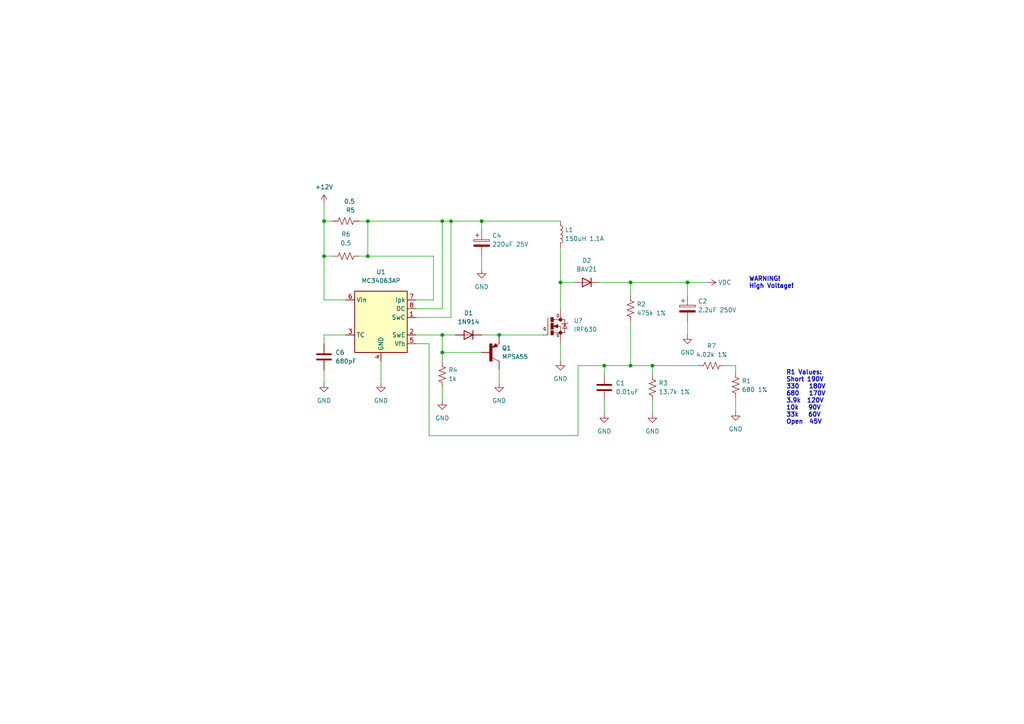
<source format=kicad_sch>
(kicad_sch (version 20211123) (generator eeschema)
  (paper "A4")
  (lib_symbols
    (symbol "Device:C" (pin_numbers hide) (pin_names (offset 0.254))
      (property "Reference" "C" (at 0.635 2.54 0))
      (property "Value" "C" (at 0.635 -2.54 0))
      (symbol "C_0_1"
        (polyline (pts (xy -2.032 -0.762) (xy 2.032 -0.762)) (stroke (width 0.508)))
        (polyline (pts (xy -2.032 0.762) (xy 2.032 0.762)) (stroke (width 0.508)))
      )
      (symbol "C_1_1"
        (pin passive line (at 0 3.81 270) (length 2.794) (name "~") (number "1"))
        (pin passive line (at 0 -3.81 90) (length 2.794) (name "~") (number "2"))
      )
    )
    (symbol "Device:C_Polarized" (pin_numbers hide) (pin_names (offset 0.254))
      (property "Reference" "C" (at 0.635 2.54 0))
      (property "Value" "C_Polarized" (at 0.635 -2.54 0))
      (symbol "C_Polarized_0_1"
        (rectangle (start -2.286 0.508) (end 2.286 1.016))
        (polyline (pts (xy -1.778 2.286) (xy -0.762 2.286)))
        (polyline (pts (xy -1.27 2.794) (xy -1.27 1.778)))
        (rectangle (start 2.286 -0.508) (end -2.286 -1.016) (fill (type outline)))
      )
      (symbol "C_Polarized_1_1"
        (pin passive line (at 0 3.81 270) (length 2.794) (name "~") (number "1"))
        (pin passive line (at 0 -3.81 90) (length 2.794) (name "~") (number "2"))
      )
    )
    (symbol "Device:L" (pin_numbers hide) (pin_names (offset 1.016) hide)
      (property "Reference" "L" (at -1.27 0 90))
      (property "Value" "L" (at 1.905 0 90))
      (symbol "L_0_1"
        (arc (start 0 -2.54) (mid 0.635 -1.905) (end 0 -1.27))
        (arc (start 0 -1.27) (mid 0.635 -0.635) (end 0 0))
        (arc (start 0 0) (mid 0.635 0.635) (end 0 1.27))
        (arc (start 0 1.27) (mid 0.635 1.905) (end 0 2.54))
      )
      (symbol "L_1_1"
        (pin passive line (at 0 3.81 270) (length 1.27) (name "1") (number "1"))
        (pin passive line (at 0 -3.81 90) (length 1.27) (name "2") (number "2"))
      )
    )
    (symbol "Device:R_US" (pin_numbers hide) (pin_names (offset 0))
      (property "Reference" "R" (at 2.54 0 90))
      (property "Value" "R_US" (at -2.54 0 90))
      (symbol "R_US_0_1"
        (polyline (pts (xy 0 -2.286) (xy 0 -2.54)))
        (polyline (pts (xy 0 2.286) (xy 0 2.54)))
        (polyline (pts (xy 0 -0.762) (xy 1.016 -1.143) (xy 0 -1.524) (xy -1.016 -1.905) (xy 0 -2.286)))
        (polyline (pts (xy 0 0.762) (xy 1.016 0.381) (xy 0 0) (xy -1.016 -0.381) (xy 0 -0.762)))
        (polyline (pts (xy 0 2.286) (xy 1.016 1.905) (xy 0 1.524) (xy -1.016 1.143) (xy 0 0.762)))
      )
      (symbol "R_US_1_1"
        (pin passive line (at 0 3.81 270) (length 1.27) (name "~") (number "1"))
        (pin passive line (at 0 -3.81 90) (length 1.27) (name "~") (number "2"))
      )
    )
    (symbol "Diode:1N914" (pin_numbers hide) (pin_names (offset 1.016) hide)
      (property "Reference" "D" (at 0 2.54 0))
      (property "Value" "1N914" (at 0 -2.54 0))
      (symbol "1N914_0_1"
        (polyline (pts (xy -1.27 1.27) (xy -1.27 -1.27)) (stroke (width 0.254)))
        (polyline (pts (xy 1.27 0) (xy -1.27 0)))
        (polyline (pts (xy 1.27 1.27) (xy 1.27 -1.27) (xy -1.27 0) (xy 1.27 1.27)) (stroke (width 0.254)))
      )
      (symbol "1N914_1_1"
        (pin passive line (at -3.81 0 0) (length 2.54) (name "K") (number "1"))
        (pin passive line (at 3.81 0 180) (length 2.54) (name "A") (number "2"))
      )
    )
    (symbol "Diode:BAV21" (pin_numbers hide) (pin_names (offset 1.016) hide)
      (property "Reference" "D" (at 0 2.54 0))
      (property "Value" "BAV21" (at 0 -2.54 0))
      (symbol "BAV21_0_1"
        (polyline (pts (xy -1.27 1.27) (xy -1.27 -1.27)) (stroke (width 0.254)))
        (polyline (pts (xy 1.27 0) (xy -1.27 0)))
        (polyline (pts (xy 1.27 1.27) (xy 1.27 -1.27) (xy -1.27 0) (xy 1.27 1.27)) (stroke (width 0.254)))
      )
      (symbol "BAV21_1_1"
        (pin passive line (at -3.81 0 0) (length 2.54) (name "K") (number "1"))
        (pin passive line (at 3.81 0 180) (length 2.54) (name "A") (number "2"))
      )
    )
    (symbol "IRF630:IRF630" (pin_numbers hide) (pin_names (offset 1.016) hide)
      (property "Reference" "U" (at 5.08 2.54 0))
      (property "Value" "IRF630" (at 5.08 0 0))
      (symbol "IRF630_0_0"
        (rectangle (start -0.254 -2.54) (end 0.508 -1.27) (fill (type outline)))
        (rectangle (start -0.254 -0.889) (end 0.508 0.889) (fill (type outline)))
        (rectangle (start -0.254 1.27) (end 0.508 2.54) (fill (type outline)))
        (polyline (pts (xy -1.1176 -2.54) (xy -2.54 -2.54)) (stroke (width 0.1524)))
        (polyline (pts (xy -1.1176 2.413) (xy -1.1176 -2.54)) (stroke (width 0.1524)))
        (polyline (pts (xy 0.508 -1.905) (xy 2.54 -1.905)) (stroke (width 0.1524)))
        (polyline (pts (xy 0.508 0) (xy 1.778 -0.508)) (stroke (width 0.1524)))
        (polyline (pts (xy 0.762 0) (xy 1.651 -0.254)) (stroke (width 0.3048)))
        (polyline (pts (xy 1.651 -0.254) (xy 1.651 0)) (stroke (width 0.3048)))
        (polyline (pts (xy 1.651 0) (xy 1.397 0)) (stroke (width 0.3048)))
        (polyline (pts (xy 1.651 0) (xy 2.54 0)) (stroke (width 0.1524)))
        (polyline (pts (xy 1.651 0.254) (xy 0.762 0)) (stroke (width 0.3048)))
        (polyline (pts (xy 1.778 -0.508) (xy 1.778 0.508)) (stroke (width 0.1524)))
        (polyline (pts (xy 1.778 0.508) (xy 0.508 0)) (stroke (width 0.1524)))
        (polyline (pts (xy 2.54 -1.905) (xy 2.54 -2.54)) (stroke (width 0.1524)))
        (polyline (pts (xy 2.54 0) (xy 2.54 -1.905)) (stroke (width 0.1524)))
        (polyline (pts (xy 2.54 1.905) (xy 0.5334 1.905)) (stroke (width 0.1524)))
        (polyline (pts (xy 2.54 1.905) (xy 3.81 1.905)) (stroke (width 0.1524)))
        (polyline (pts (xy 2.54 2.54) (xy 2.54 1.905)) (stroke (width 0.1524)))
        (polyline (pts (xy 3.175 -0.635) (xy 4.445 -0.635)) (stroke (width 0.1524)))
        (polyline (pts (xy 3.175 0.762) (xy 2.921 0.508)) (stroke (width 0.1524)))
        (polyline (pts (xy 3.175 0.762) (xy 3.81 0.762)) (stroke (width 0.1524)))
        (polyline (pts (xy 3.81 -1.905) (xy 2.54 -1.905)) (stroke (width 0.1524)))
        (polyline (pts (xy 3.81 0.762) (xy 3.175 -0.635)) (stroke (width 0.1524)))
        (polyline (pts (xy 3.81 0.762) (xy 3.81 -1.905)) (stroke (width 0.1524)))
        (polyline (pts (xy 3.81 0.762) (xy 4.445 0.762)) (stroke (width 0.1524)))
        (polyline (pts (xy 3.81 1.905) (xy 3.81 0.762)) (stroke (width 0.1524)))
        (polyline (pts (xy 4.445 -0.635) (xy 3.81 0.762)) (stroke (width 0.1524)))
        (polyline (pts (xy 4.445 0.762) (xy 4.699 1.016)) (stroke (width 0.1524)))
        (circle (center 2.54 -1.905) (radius 0.127) (stroke (width 0.4064)))
        (circle (center 2.54 1.905) (radius 0.127) (stroke (width 0.4064)))
        (text "D" (at 1.27 2.54 0) (effects (font (size 0.8128 0.8128)) (justify left bottom)))
        (text "G" (at -2.54 -1.27 0) (effects (font (size 0.8128 0.8128)) (justify left bottom)))
        (text "S" (at 1.27 -3.175 0) (effects (font (size 0.8128 0.8128)) (justify left bottom)))
        (pin passive line (at -2.54 -2.54 0) (length 0) (name "~") (number "1"))
        (pin passive line (at 2.54 5.08 270) (length 2.54) (name "~") (number "2"))
        (pin passive line (at 2.54 -5.08 90) (length 2.54) (name "~") (number "3"))
      )
    )
    (symbol "MPSA55:MPSA55" (pin_numbers hide) (pin_names (offset 1.016) hide)
      (property "Reference" "Q" (at -10.1854 5.1054 0))
      (property "Value" "MPSA55" (at -10.1854 -7.5946 0))
      (symbol "MPSA55_0_0"
        (rectangle (start -0.254 -2.54) (end 0.508 2.54) (fill (type outline)))
        (polyline (pts (xy 0.508 1.4732) (xy 2.0828 1.6764)) (stroke (width 0.1524)))
        (polyline (pts (xy 0.762 1.651) (xy 1.778 1.778)) (stroke (width 0.254)))
        (polyline (pts (xy 1.143 1.905) (xy 1.524 1.905)) (stroke (width 0.254)))
        (polyline (pts (xy 1.524 2.159) (xy 1.143 1.905)) (stroke (width 0.254)))
        (polyline (pts (xy 1.524 2.413) (xy 0.762 1.651)) (stroke (width 0.254)))
        (polyline (pts (xy 1.5748 2.5908) (xy 0.508 1.4732)) (stroke (width 0.1524)))
        (polyline (pts (xy 1.778 1.778) (xy 1.524 2.159)) (stroke (width 0.254)))
        (polyline (pts (xy 1.905 1.778) (xy 1.524 2.413)) (stroke (width 0.254)))
        (polyline (pts (xy 2.0828 1.6764) (xy 1.5748 2.5908)) (stroke (width 0.1524)))
        (polyline (pts (xy 2.54 -2.54) (xy 0.508 -1.524)) (stroke (width 0.1524)))
        (polyline (pts (xy 2.54 2.54) (xy 1.8034 2.1336)) (stroke (width 0.1524)))
        (pin passive line (at 2.54 5.08 270) (length 2.54) (name "~") (number "1"))
        (pin passive line (at -2.54 0 0) (length 2.54) (name "~") (number "2"))
        (pin passive line (at 2.54 -5.08 90) (length 2.54) (name "~") (number "3"))
      )
    )
    (symbol "Regulator_Switching:MC34063AP"
      (property "Reference" "U" (at -7.62 8.89 0))
      (property "Value" "MC34063AP" (at 0 8.89 0))
      (symbol "MC34063AP_0_1"
        (rectangle (start -7.62 7.62) (end 7.62 -10.16) (stroke (width 0.254)) (fill (type background)))
      )
      (symbol "MC34063AP_1_1"
        (pin open_collector line (at 10.16 0 180) (length 2.54) (name "SwC") (number "1"))
        (pin open_emitter line (at 10.16 -5.08 180) (length 2.54) (name "SwE") (number "2"))
        (pin passive line (at -10.16 -5.08 0) (length 2.54) (name "TC") (number "3"))
        (pin power_in line (at 0 -12.7 90) (length 2.54) (name "GND") (number "4"))
        (pin input line (at 10.16 -7.62 180) (length 2.54) (name "Vfb") (number "5"))
        (pin power_in line (at -10.16 5.08 0) (length 2.54) (name "Vin") (number "6"))
        (pin input line (at 10.16 5.08 180) (length 2.54) (name "Ipk") (number "7"))
        (pin open_collector line (at 10.16 2.54 180) (length 2.54) (name "DC") (number "8"))
      )
    )
    (symbol "power:+12V" (power) (pin_names (offset 0))
      (property "Value" "+12V" (at 0 3.556 0))
      (symbol "+12V_0_1"
        (polyline (pts (xy -0.762 1.27) (xy 0 2.54)))
        (polyline (pts (xy 0 0) (xy 0 2.54)))
        (polyline (pts (xy 0 2.54) (xy 0.762 1.27)))
      )
      (symbol "+12V_1_1"
        (pin power_in line (at 0 0 90) (length 0) hide (name "+12V") (number "1"))
      )
    )
    (symbol "power:GND" (power) (pin_names (offset 0))
      (property "Value" "GND" (at 0 -3.81 0))
      (symbol "GND_0_1"
        (polyline (pts (xy 0 0) (xy 0 -1.27) (xy 1.27 -1.27) (xy 0 -2.54) (xy -1.27 -1.27) (xy 0 -1.27)))
      )
      (symbol "GND_1_1"
        (pin power_in line (at 0 0 270) (length 0) hide (name "GND") (number "1"))
      )
    )
    (symbol "power:VDC" (power) (pin_names (offset 0))
      (property "Value" "VDC" (at 0 6.35 0))
      (symbol "VDC_0_1"
        (polyline (pts (xy -0.762 1.27) (xy 0 2.54)))
        (polyline (pts (xy 0 0) (xy 0 2.54)))
        (polyline (pts (xy 0 2.54) (xy 0.762 1.27)))
      )
      (symbol "VDC_1_1"
        (pin power_in line (at 0 0 90) (length 0) hide (name "VDC") (number "1"))
      )
    )
  )
  (junction (at 106.68 74.295))
  (junction (at 106.68 64.135))
  (junction (at 199.39 81.915))
  (junction (at 182.88 106.045))
  (junction (at 128.27 102.235))
  (junction (at 128.27 64.135))
  (junction (at 93.98 74.295))
  (junction (at 189.23 106.045))
  (junction (at 182.88 81.915))
  (junction (at 175.26 106.045))
  (junction (at 144.78 97.155))
  (junction (at 93.98 64.135))
  (junction (at 128.27 97.155))
  (junction (at 130.81 64.135))
  (junction (at 162.56 81.915))
  (junction (at 139.7 64.135))
  (wire (pts (xy 93.98 59.055) (xy 93.98 64.135)))
  (wire (pts (xy 175.26 106.045) (xy 182.88 106.045)))
  (wire (pts (xy 93.98 74.295) (xy 93.98 64.135)))
  (wire (pts (xy 104.14 64.135) (xy 106.68 64.135)))
  (wire (pts (xy 104.14 74.295) (xy 106.68 74.295)))
  (wire (pts (xy 182.88 106.045) (xy 189.23 106.045)))
  (wire (pts (xy 124.46 99.695) (xy 124.46 126.365)))
  (wire (pts (xy 120.65 92.075) (xy 130.81 92.075)))
  (wire (pts (xy 199.39 93.345) (xy 199.39 97.155)))
  (wire (pts (xy 128.27 89.535) (xy 128.27 64.135)))
  (wire (pts (xy 100.33 97.155) (xy 93.98 97.155)))
  (wire (pts (xy 175.26 116.205) (xy 175.26 120.015)))
  (wire (pts (xy 120.65 97.155) (xy 128.27 97.155)))
  (wire (pts (xy 210.185 106.045) (xy 213.36 106.045)))
  (wire (pts (xy 139.7 74.295) (xy 139.7 78.105)))
  (wire (pts (xy 182.88 81.915) (xy 199.39 81.915)))
  (wire (pts (xy 120.65 89.535) (xy 128.27 89.535)))
  (wire (pts (xy 189.23 106.045) (xy 202.565 106.045)))
  (wire (pts (xy 139.7 97.155) (xy 144.78 97.155)))
  (wire (pts (xy 162.56 99.695) (xy 162.56 104.775)))
  (wire (pts (xy 93.98 74.295) (xy 96.52 74.295)))
  (wire (pts (xy 189.23 106.045) (xy 189.23 108.585)))
  (wire (pts (xy 128.27 102.235) (xy 128.27 104.775)))
  (wire (pts (xy 175.26 106.045) (xy 175.26 108.585)))
  (wire (pts (xy 93.98 86.995) (xy 93.98 74.295)))
  (wire (pts (xy 162.56 81.915) (xy 166.37 81.915)))
  (wire (pts (xy 167.64 106.045) (xy 175.26 106.045)))
  (wire (pts (xy 93.98 97.155) (xy 93.98 99.695)))
  (wire (pts (xy 128.27 112.395) (xy 128.27 116.205)))
  (wire (pts (xy 199.39 81.915) (xy 199.39 85.725)))
  (wire (pts (xy 130.81 92.075) (xy 130.81 64.135)))
  (wire (pts (xy 144.78 107.315) (xy 144.78 111.125)))
  (wire (pts (xy 100.33 86.995) (xy 93.98 86.995)))
  (wire (pts (xy 93.98 107.315) (xy 93.98 111.125)))
  (wire (pts (xy 139.7 102.235) (xy 128.27 102.235)))
  (wire (pts (xy 167.64 126.365) (xy 167.64 106.045)))
  (wire (pts (xy 120.65 99.695) (xy 124.46 99.695)))
  (wire (pts (xy 124.46 126.365) (xy 167.64 126.365)))
  (wire (pts (xy 125.73 86.995) (xy 120.65 86.995)))
  (wire (pts (xy 93.98 64.135) (xy 96.52 64.135)))
  (wire (pts (xy 213.36 115.57) (xy 213.36 119.38)))
  (wire (pts (xy 162.56 81.915) (xy 162.56 89.535)))
  (wire (pts (xy 189.23 116.205) (xy 189.23 120.015)))
  (wire (pts (xy 173.99 81.915) (xy 182.88 81.915)))
  (wire (pts (xy 182.88 93.345) (xy 182.88 106.045)))
  (wire (pts (xy 130.81 64.135) (xy 139.7 64.135)))
  (wire (pts (xy 139.7 64.135) (xy 162.56 64.135)))
  (wire (pts (xy 106.68 74.295) (xy 125.73 74.295)))
  (wire (pts (xy 106.68 64.135) (xy 106.68 74.295)))
  (wire (pts (xy 110.49 104.775) (xy 110.49 111.125)))
  (wire (pts (xy 125.73 74.295) (xy 125.73 86.995)))
  (wire (pts (xy 182.88 81.915) (xy 182.88 85.725)))
  (wire (pts (xy 128.27 97.155) (xy 128.27 102.235)))
  (wire (pts (xy 162.56 71.755) (xy 162.56 81.915)))
  (wire (pts (xy 199.39 81.915) (xy 205.105 81.915)))
  (wire (pts (xy 128.27 64.135) (xy 106.68 64.135)))
  (wire (pts (xy 139.7 64.135) (xy 139.7 66.675)))
  (wire (pts (xy 130.81 64.135) (xy 128.27 64.135)))
  (wire (pts (xy 144.78 97.155) (xy 157.48 97.155)))
  (wire (pts (xy 128.27 97.155) (xy 132.08 97.155)))
  (wire (pts (xy 213.36 106.045) (xy 213.36 107.95)))
  (text "R1 Values: \nShort 190V\n330   180V\n680   170V\n3.9k  120V\n10k   90V\n33k   60V\nOpen  45V" (at 227.965 123.19 0) (effects (font (size 1.27 1.27) bold) (justify left bottom)))
  (text "WARNING! \nHigh Voltage!" (at 217.17 83.82 0) (effects (font (size 1.27 1.27) (thickness 0.254) bold) (justify left bottom)))
  (symbol (lib_id "Diode:1N914") (at 135.89 97.155 180) (unit 1)
    (property "Reference" "D1" (at 135.89 90.805 0))
    (property "Value" "1N914" (at 135.89 93.345 0))
    (property "Footprint" "Diode_THT:D_DO-35_SOD27_P7.62mm_Horizontal" (effects hide))
    (property "Datasheet" "http://www.vishay.com/docs/85622/1n914.pdf" (effects hide))
  )
  (symbol (lib_id "power:GND") (at 128.27 116.205 0) (unit 1)
    (property "Reference" "#PWR?" (effects hide))
    (property "Value" "GND" (at 128.27 121.285 0))
  )
  (symbol (lib_id "Device:R_US") (at 100.33 74.295 90) (unit 1)
    (property "Reference" "R6" (at 100.33 67.945 90))
    (property "Value" "0.5" (at 100.33 70.485 90))
  )
  (symbol (lib_id "Device:L") (at 162.56 67.945 0) (unit 1)
    (property "Reference" "L1" (at 163.83 66.6749 0) (effects (justify left)))
    (property "Value" "150uH 1.1A" (at 163.83 69.2149 0) (effects (justify left)))
  )
  (symbol (lib_id "Device:R_US") (at 100.33 64.135 90) (unit 1)
    (property "Reference" "R5" (at 102.997 60.9601 90) (effects (justify left)))
    (property "Value" "0.5" (at 102.997 58.4201 90) (effects (justify left)))
  )
  (symbol (lib_id "Device:R_US") (at 128.27 108.585 0) (unit 1)
    (property "Reference" "R4" (at 130.048 107.3149 0) (effects (justify left)))
    (property "Value" "1k" (at 130.048 109.8549 0) (effects (justify left)))
  )
  (symbol (lib_id "power:GND") (at 139.7 78.105 0) (unit 1)
    (property "Reference" "#PWR?" (effects hide))
    (property "Value" "GND" (at 139.7 83.185 0))
  )
  (symbol (lib_id "power:GND") (at 199.39 97.155 0) (unit 1)
    (property "Reference" "#PWR?" (effects hide))
    (property "Value" "GND" (at 199.39 102.235 0))
  )
  (symbol (lib_id "Regulator_Switching:MC34063AP") (at 110.49 92.075 0) (unit 1)
    (property "Reference" "U1" (at 110.49 78.867 0))
    (property "Value" "MC34063AP" (at 110.49 81.407 0))
    (property "Footprint" "Package_DIP:DIP-8_W7.62mm" (effects hide))
    (property "Datasheet" "http://www.onsemi.com/pub_link/Collateral/MC34063A-D.PDF" (effects hide))
  )
  (symbol (lib_id "power:GND") (at 213.36 119.38 0) (unit 1)
    (property "Reference" "#PWR?" (effects hide))
    (property "Value" "GND" (at 213.36 124.46 0))
  )
  (symbol (lib_id "power:GND") (at 93.98 111.125 0) (unit 1)
    (property "Reference" "#PWR?" (effects hide))
    (property "Value" "GND" (at 93.98 116.205 0))
  )
  (symbol (lib_id "Device:R_US") (at 182.88 89.535 0) (unit 1)
    (property "Reference" "R2" (at 184.658 88.2649 0) (effects (justify left)))
    (property "Value" "475k 1%" (at 184.658 90.8049 0) (effects (justify left)))
  )
  (symbol (lib_id "power:GND") (at 189.23 120.015 0) (unit 1)
    (property "Reference" "#PWR?" (effects hide))
    (property "Value" "GND" (at 189.23 125.095 0))
  )
  (symbol (lib_id "power:+12V") (at 93.98 59.055 0) (unit 1)
    (property "Reference" "#PWR0101" (effects hide))
    (property "Value" "+12V" (at 93.98 54.229 0))
  )
  (symbol (lib_id "Device:C") (at 175.26 112.395 0) (unit 1)
    (property "Reference" "C1" (at 178.562 111.1249 0) (effects (justify left)))
    (property "Value" "0.01uF" (at 178.562 113.6649 0) (effects (justify left)))
  )
  (symbol (lib_id "Device:C_Polarized") (at 139.7 70.485 0) (unit 1)
    (property "Reference" "C4" (at 142.748 68.3259 0) (effects (justify left)))
    (property "Value" "220uF 25V" (at 142.748 70.8659 0) (effects (justify left)))
  )
  (symbol (lib_id "Device:R_US") (at 206.375 106.045 270) (unit 1)
    (property "Reference" "R7" (at 206.375 100.33 90))
    (property "Value" "4.02k 1%" (at 206.375 102.87 90))
  )
  (symbol (lib_id "IRF630:IRF630") (at 160.02 94.615 0) (unit 1)
    (property "Reference" "U?" (at 166.37 93.0081 0) (effects (justify left)))
    (property "Value" "IRF630" (at 166.37 95.5481 0) (effects (justify left)))
    (property "Footprint" "TO220V" (effects hide))
  )
  (symbol (lib_id "Diode:BAV21") (at 170.18 81.915 180) (unit 1)
    (property "Reference" "D2" (at 170.18 75.565 0))
    (property "Value" "BAV21" (at 170.18 78.105 0))
    (property "Footprint" "Diode_THT:D_DO-35_SOD27_P7.62mm_Horizontal" (effects hide))
    (property "Datasheet" "http://www.vishay.com/docs/85543/bav17.pdf" (effects hide))
  )
  (symbol (lib_id "Device:R_US") (at 189.23 112.395 0) (unit 1)
    (property "Reference" "R3" (at 191.008 111.1249 0) (effects (justify left)))
    (property "Value" "13.7k 1%" (at 191.008 113.6649 0) (effects (justify left)))
  )
  (symbol (lib_id "Device:R_US") (at 213.36 111.76 0) (unit 1)
    (property "Reference" "R1" (at 215.138 110.4899 0) (effects (justify left)))
    (property "Value" "680 1%" (at 215.138 113.0299 0) (effects (justify left)))
  )
  (symbol (lib_id "MPSA55:MPSA55") (at 142.24 102.235 0) (unit 1)
    (property "Reference" "Q1" (at 145.542 100.9395 0) (effects (justify left)))
    (property "Value" "MPSA55" (at 145.542 103.4795 0) (effects (justify left)))
    (property "Footprint" "TO92127P520H787-3" (effects hide))
    (property "PARTREV" "2" (effects hide))
    (property "MAXIMUM_PACKAGE_HEIGHT" "7.87 mm" (effects hide))
    (property "MANUFACTURER" "ON Semiconductor" (effects hide))
    (property "STANDARD" "IPC 7351B" (effects hide))
  )
  (symbol (lib_id "power:GND") (at 144.78 111.125 0) (unit 1)
    (property "Reference" "#PWR?" (effects hide))
    (property "Value" "GND" (at 144.78 116.205 0))
  )
  (symbol (lib_id "power:GND") (at 162.56 104.775 0) (unit 1)
    (property "Reference" "#PWR?" (effects hide))
    (property "Value" "GND" (at 162.56 109.855 0))
  )
  (symbol (lib_id "Device:C") (at 93.98 103.505 0) (unit 1)
    (property "Reference" "C6" (at 97.282 102.2349 0) (effects (justify left)))
    (property "Value" "680pF" (at 97.282 104.7749 0) (effects (justify left)))
  )
  (symbol (lib_id "power:GND") (at 110.49 111.125 0) (unit 1)
    (property "Reference" "#PWR?" (effects hide))
    (property "Value" "GND" (at 110.49 116.205 0))
  )
  (symbol (lib_id "power:VDC") (at 205.105 81.915 270) (unit 1)
    (property "Reference" "#PWR?" (effects hide))
    (property "Value" "VDC" (at 208.28 81.9149 90) (effects (justify left)))
  )
  (symbol (lib_id "power:GND") (at 175.26 120.015 0) (unit 1)
    (property "Reference" "#PWR?" (effects hide))
    (property "Value" "GND" (at 175.26 125.095 0))
  )
  (symbol (lib_id "Device:C_Polarized") (at 199.39 89.535 0) (unit 1)
    (property "Reference" "C2" (at 202.438 87.3759 0) (effects (justify left)))
    (property "Value" "2.2uF 250V" (at 202.438 89.9159 0) (effects (justify left)))
  )
)
</source>
